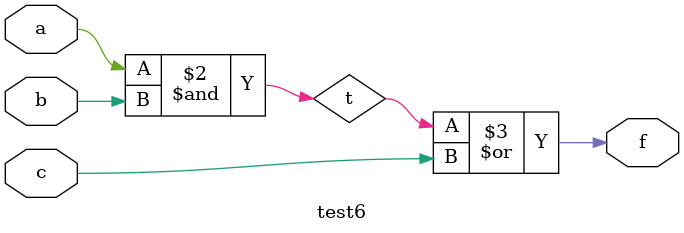
<source format=v>
module test6 (a, b, c, f);
   input a, b, c;
   output f;

   reg t;
   reg f;

   // unclocked (comb. logic) always stmts. use "=" (blocking assignment)
   always @ (*)
   begin
       t = a & b;
       f = t | c;
    end
endmodule

</source>
